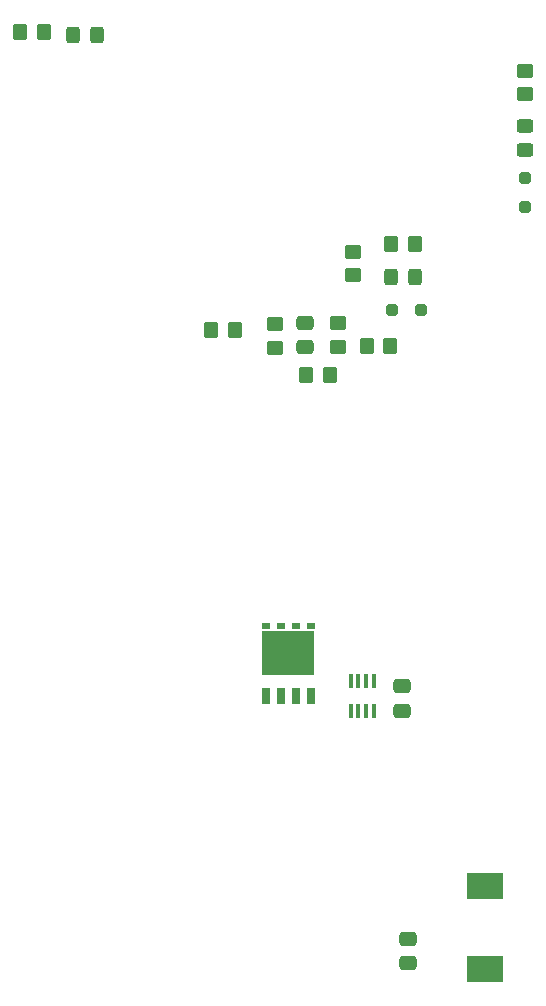
<source format=gbr>
%TF.GenerationSoftware,KiCad,Pcbnew,9.0.3*%
%TF.CreationDate,2025-07-15T13:26:12-05:00*%
%TF.ProjectId,Garden PCB,47617264-656e-4205-9043-422e6b696361,rev?*%
%TF.SameCoordinates,Original*%
%TF.FileFunction,Paste,Top*%
%TF.FilePolarity,Positive*%
%FSLAX46Y46*%
G04 Gerber Fmt 4.6, Leading zero omitted, Abs format (unit mm)*
G04 Created by KiCad (PCBNEW 9.0.3) date 2025-07-15 13:26:12*
%MOMM*%
%LPD*%
G01*
G04 APERTURE LIST*
G04 Aperture macros list*
%AMRoundRect*
0 Rectangle with rounded corners*
0 $1 Rounding radius*
0 $2 $3 $4 $5 $6 $7 $8 $9 X,Y pos of 4 corners*
0 Add a 4 corners polygon primitive as box body*
4,1,4,$2,$3,$4,$5,$6,$7,$8,$9,$2,$3,0*
0 Add four circle primitives for the rounded corners*
1,1,$1+$1,$2,$3*
1,1,$1+$1,$4,$5*
1,1,$1+$1,$6,$7*
1,1,$1+$1,$8,$9*
0 Add four rect primitives between the rounded corners*
20,1,$1+$1,$2,$3,$4,$5,0*
20,1,$1+$1,$4,$5,$6,$7,0*
20,1,$1+$1,$6,$7,$8,$9,0*
20,1,$1+$1,$8,$9,$2,$3,0*%
G04 Aperture macros list end*
%ADD10R,3.150000X2.200000*%
%ADD11R,0.710000X1.372000*%
%ADD12R,0.710000X0.590000*%
%ADD13R,4.520000X3.850000*%
%ADD14R,0.450000X1.200000*%
%ADD15RoundRect,0.250000X-0.450000X0.350000X-0.450000X-0.350000X0.450000X-0.350000X0.450000X0.350000X0*%
%ADD16RoundRect,0.250000X0.450000X-0.325000X0.450000X0.325000X-0.450000X0.325000X-0.450000X-0.325000X0*%
%ADD17RoundRect,0.250000X0.250000X-0.250000X0.250000X0.250000X-0.250000X0.250000X-0.250000X-0.250000X0*%
%ADD18RoundRect,0.250000X-0.350000X-0.450000X0.350000X-0.450000X0.350000X0.450000X-0.350000X0.450000X0*%
%ADD19RoundRect,0.250000X0.325000X0.450000X-0.325000X0.450000X-0.325000X-0.450000X0.325000X-0.450000X0*%
%ADD20RoundRect,0.250000X-0.475000X0.337500X-0.475000X-0.337500X0.475000X-0.337500X0.475000X0.337500X0*%
%ADD21RoundRect,0.250000X0.475000X-0.337500X0.475000X0.337500X-0.475000X0.337500X-0.475000X-0.337500X0*%
%ADD22RoundRect,0.250000X-0.250000X-0.250000X0.250000X-0.250000X0.250000X0.250000X-0.250000X0.250000X0*%
%ADD23RoundRect,0.250000X0.450000X-0.350000X0.450000X0.350000X-0.450000X0.350000X-0.450000X-0.350000X0*%
%ADD24RoundRect,0.250000X0.350000X0.450000X-0.350000X0.450000X-0.350000X-0.450000X0.350000X-0.450000X0*%
G04 APERTURE END LIST*
D10*
%TO.C,TVS1*%
X174450000Y-166650000D03*
X174450000Y-159650000D03*
%TD*%
D11*
%TO.C,Q1*%
X155845000Y-143571000D03*
X157115000Y-143571000D03*
X158385000Y-143571000D03*
X159655000Y-143571000D03*
D12*
X159655000Y-137640000D03*
X158385000Y-137640000D03*
X157115000Y-137640000D03*
X155845000Y-137640000D03*
D13*
X157750000Y-139859000D03*
%TD*%
D14*
%TO.C,IC1*%
X163025000Y-144800000D03*
X163675000Y-144800000D03*
X164325000Y-144800000D03*
X164975000Y-144800000D03*
X164975000Y-142300000D03*
X164325000Y-142300000D03*
X163675000Y-142300000D03*
X163025000Y-142300000D03*
%TD*%
D15*
%TO.C,R1*%
X177830000Y-92600000D03*
X177830000Y-90600000D03*
%TD*%
D16*
%TO.C,LED2*%
X177830000Y-95260000D03*
X177830000Y-97310000D03*
%TD*%
D17*
%TO.C,D1*%
X177830000Y-99650000D03*
X177830000Y-102150000D03*
%TD*%
D18*
%TO.C,R2*%
X135050000Y-87350000D03*
X137050000Y-87350000D03*
%TD*%
D19*
%TO.C,LED3*%
X141550000Y-87550000D03*
X139500000Y-87550000D03*
%TD*%
D20*
%TO.C,VCAP1*%
X167350000Y-142712500D03*
X167350000Y-144787500D03*
%TD*%
D19*
%TO.C,LED1*%
X168500000Y-108075000D03*
X166450000Y-108075000D03*
%TD*%
D21*
%TO.C,C3*%
X159200000Y-114025000D03*
X159200000Y-111950000D03*
%TD*%
D15*
%TO.C,R7*%
X156600000Y-112075000D03*
X156600000Y-114075000D03*
%TD*%
D18*
%TO.C,R8*%
X159250000Y-116375000D03*
X161250000Y-116375000D03*
%TD*%
D15*
%TO.C,R12*%
X163225000Y-105925000D03*
X163225000Y-107925000D03*
%TD*%
D21*
%TO.C,C6*%
X167850000Y-166150000D03*
X167850000Y-164075000D03*
%TD*%
D22*
%TO.C,D2*%
X166500000Y-110875000D03*
X169000000Y-110875000D03*
%TD*%
D18*
%TO.C,R10*%
X164400000Y-113875000D03*
X166400000Y-113875000D03*
%TD*%
D23*
%TO.C,R9*%
X161950000Y-113975000D03*
X161950000Y-111975000D03*
%TD*%
D24*
%TO.C,R6*%
X153225000Y-112550000D03*
X151225000Y-112550000D03*
%TD*%
D18*
%TO.C,R11*%
X166450000Y-105225000D03*
X168450000Y-105225000D03*
%TD*%
M02*

</source>
